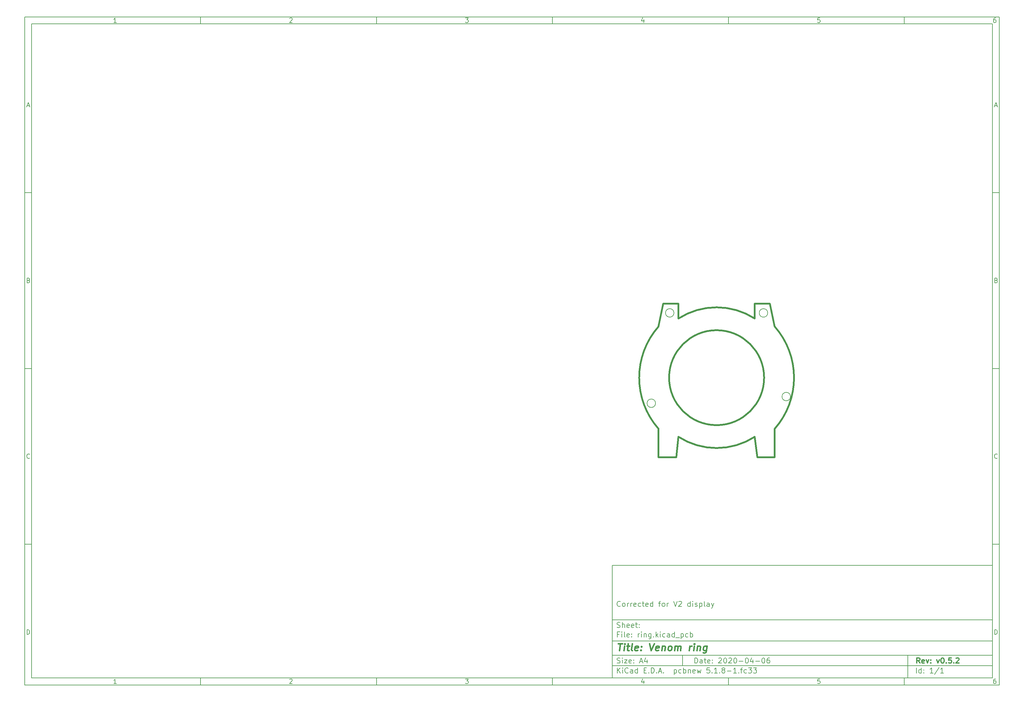
<source format=gbr>
G04 #@! TF.GenerationSoftware,KiCad,Pcbnew,5.1.8-1.fc33*
G04 #@! TF.CreationDate,2021-08-02T18:24:44+02:00*
G04 #@! TF.ProjectId,ring,72696e67-2e6b-4696-9361-645f70636258,v0.5.2*
G04 #@! TF.SameCoordinates,Original*
G04 #@! TF.FileFunction,Profile,NP*
%FSLAX46Y46*%
G04 Gerber Fmt 4.6, Leading zero omitted, Abs format (unit mm)*
G04 Created by KiCad (PCBNEW 5.1.8-1.fc33) date 2021-08-02 18:24:44*
%MOMM*%
%LPD*%
G01*
G04 APERTURE LIST*
%ADD10C,0.100000*%
%ADD11C,0.150000*%
%ADD12C,0.300000*%
%ADD13C,0.400000*%
G04 #@! TA.AperFunction,Profile*
%ADD14C,0.200000*%
G04 #@! TD*
G04 #@! TA.AperFunction,Profile*
%ADD15C,0.500000*%
G04 #@! TD*
G04 APERTURE END LIST*
D10*
D11*
X177002200Y-166007200D02*
X177002200Y-198007200D01*
X285002200Y-198007200D01*
X285002200Y-166007200D01*
X177002200Y-166007200D01*
D10*
D11*
X10000000Y-10000000D02*
X10000000Y-200007200D01*
X287002200Y-200007200D01*
X287002200Y-10000000D01*
X10000000Y-10000000D01*
D10*
D11*
X12000000Y-12000000D02*
X12000000Y-198007200D01*
X285002200Y-198007200D01*
X285002200Y-12000000D01*
X12000000Y-12000000D01*
D10*
D11*
X60000000Y-12000000D02*
X60000000Y-10000000D01*
D10*
D11*
X110000000Y-12000000D02*
X110000000Y-10000000D01*
D10*
D11*
X160000000Y-12000000D02*
X160000000Y-10000000D01*
D10*
D11*
X210000000Y-12000000D02*
X210000000Y-10000000D01*
D10*
D11*
X260000000Y-12000000D02*
X260000000Y-10000000D01*
D10*
D11*
X36065476Y-11588095D02*
X35322619Y-11588095D01*
X35694047Y-11588095D02*
X35694047Y-10288095D01*
X35570238Y-10473809D01*
X35446428Y-10597619D01*
X35322619Y-10659523D01*
D10*
D11*
X85322619Y-10411904D02*
X85384523Y-10350000D01*
X85508333Y-10288095D01*
X85817857Y-10288095D01*
X85941666Y-10350000D01*
X86003571Y-10411904D01*
X86065476Y-10535714D01*
X86065476Y-10659523D01*
X86003571Y-10845238D01*
X85260714Y-11588095D01*
X86065476Y-11588095D01*
D10*
D11*
X135260714Y-10288095D02*
X136065476Y-10288095D01*
X135632142Y-10783333D01*
X135817857Y-10783333D01*
X135941666Y-10845238D01*
X136003571Y-10907142D01*
X136065476Y-11030952D01*
X136065476Y-11340476D01*
X136003571Y-11464285D01*
X135941666Y-11526190D01*
X135817857Y-11588095D01*
X135446428Y-11588095D01*
X135322619Y-11526190D01*
X135260714Y-11464285D01*
D10*
D11*
X185941666Y-10721428D02*
X185941666Y-11588095D01*
X185632142Y-10226190D02*
X185322619Y-11154761D01*
X186127380Y-11154761D01*
D10*
D11*
X236003571Y-10288095D02*
X235384523Y-10288095D01*
X235322619Y-10907142D01*
X235384523Y-10845238D01*
X235508333Y-10783333D01*
X235817857Y-10783333D01*
X235941666Y-10845238D01*
X236003571Y-10907142D01*
X236065476Y-11030952D01*
X236065476Y-11340476D01*
X236003571Y-11464285D01*
X235941666Y-11526190D01*
X235817857Y-11588095D01*
X235508333Y-11588095D01*
X235384523Y-11526190D01*
X235322619Y-11464285D01*
D10*
D11*
X285941666Y-10288095D02*
X285694047Y-10288095D01*
X285570238Y-10350000D01*
X285508333Y-10411904D01*
X285384523Y-10597619D01*
X285322619Y-10845238D01*
X285322619Y-11340476D01*
X285384523Y-11464285D01*
X285446428Y-11526190D01*
X285570238Y-11588095D01*
X285817857Y-11588095D01*
X285941666Y-11526190D01*
X286003571Y-11464285D01*
X286065476Y-11340476D01*
X286065476Y-11030952D01*
X286003571Y-10907142D01*
X285941666Y-10845238D01*
X285817857Y-10783333D01*
X285570238Y-10783333D01*
X285446428Y-10845238D01*
X285384523Y-10907142D01*
X285322619Y-11030952D01*
D10*
D11*
X60000000Y-198007200D02*
X60000000Y-200007200D01*
D10*
D11*
X110000000Y-198007200D02*
X110000000Y-200007200D01*
D10*
D11*
X160000000Y-198007200D02*
X160000000Y-200007200D01*
D10*
D11*
X210000000Y-198007200D02*
X210000000Y-200007200D01*
D10*
D11*
X260000000Y-198007200D02*
X260000000Y-200007200D01*
D10*
D11*
X36065476Y-199595295D02*
X35322619Y-199595295D01*
X35694047Y-199595295D02*
X35694047Y-198295295D01*
X35570238Y-198481009D01*
X35446428Y-198604819D01*
X35322619Y-198666723D01*
D10*
D11*
X85322619Y-198419104D02*
X85384523Y-198357200D01*
X85508333Y-198295295D01*
X85817857Y-198295295D01*
X85941666Y-198357200D01*
X86003571Y-198419104D01*
X86065476Y-198542914D01*
X86065476Y-198666723D01*
X86003571Y-198852438D01*
X85260714Y-199595295D01*
X86065476Y-199595295D01*
D10*
D11*
X135260714Y-198295295D02*
X136065476Y-198295295D01*
X135632142Y-198790533D01*
X135817857Y-198790533D01*
X135941666Y-198852438D01*
X136003571Y-198914342D01*
X136065476Y-199038152D01*
X136065476Y-199347676D01*
X136003571Y-199471485D01*
X135941666Y-199533390D01*
X135817857Y-199595295D01*
X135446428Y-199595295D01*
X135322619Y-199533390D01*
X135260714Y-199471485D01*
D10*
D11*
X185941666Y-198728628D02*
X185941666Y-199595295D01*
X185632142Y-198233390D02*
X185322619Y-199161961D01*
X186127380Y-199161961D01*
D10*
D11*
X236003571Y-198295295D02*
X235384523Y-198295295D01*
X235322619Y-198914342D01*
X235384523Y-198852438D01*
X235508333Y-198790533D01*
X235817857Y-198790533D01*
X235941666Y-198852438D01*
X236003571Y-198914342D01*
X236065476Y-199038152D01*
X236065476Y-199347676D01*
X236003571Y-199471485D01*
X235941666Y-199533390D01*
X235817857Y-199595295D01*
X235508333Y-199595295D01*
X235384523Y-199533390D01*
X235322619Y-199471485D01*
D10*
D11*
X285941666Y-198295295D02*
X285694047Y-198295295D01*
X285570238Y-198357200D01*
X285508333Y-198419104D01*
X285384523Y-198604819D01*
X285322619Y-198852438D01*
X285322619Y-199347676D01*
X285384523Y-199471485D01*
X285446428Y-199533390D01*
X285570238Y-199595295D01*
X285817857Y-199595295D01*
X285941666Y-199533390D01*
X286003571Y-199471485D01*
X286065476Y-199347676D01*
X286065476Y-199038152D01*
X286003571Y-198914342D01*
X285941666Y-198852438D01*
X285817857Y-198790533D01*
X285570238Y-198790533D01*
X285446428Y-198852438D01*
X285384523Y-198914342D01*
X285322619Y-199038152D01*
D10*
D11*
X10000000Y-60000000D02*
X12000000Y-60000000D01*
D10*
D11*
X10000000Y-110000000D02*
X12000000Y-110000000D01*
D10*
D11*
X10000000Y-160000000D02*
X12000000Y-160000000D01*
D10*
D11*
X10690476Y-35216666D02*
X11309523Y-35216666D01*
X10566666Y-35588095D02*
X11000000Y-34288095D01*
X11433333Y-35588095D01*
D10*
D11*
X11092857Y-84907142D02*
X11278571Y-84969047D01*
X11340476Y-85030952D01*
X11402380Y-85154761D01*
X11402380Y-85340476D01*
X11340476Y-85464285D01*
X11278571Y-85526190D01*
X11154761Y-85588095D01*
X10659523Y-85588095D01*
X10659523Y-84288095D01*
X11092857Y-84288095D01*
X11216666Y-84350000D01*
X11278571Y-84411904D01*
X11340476Y-84535714D01*
X11340476Y-84659523D01*
X11278571Y-84783333D01*
X11216666Y-84845238D01*
X11092857Y-84907142D01*
X10659523Y-84907142D01*
D10*
D11*
X11402380Y-135464285D02*
X11340476Y-135526190D01*
X11154761Y-135588095D01*
X11030952Y-135588095D01*
X10845238Y-135526190D01*
X10721428Y-135402380D01*
X10659523Y-135278571D01*
X10597619Y-135030952D01*
X10597619Y-134845238D01*
X10659523Y-134597619D01*
X10721428Y-134473809D01*
X10845238Y-134350000D01*
X11030952Y-134288095D01*
X11154761Y-134288095D01*
X11340476Y-134350000D01*
X11402380Y-134411904D01*
D10*
D11*
X10659523Y-185588095D02*
X10659523Y-184288095D01*
X10969047Y-184288095D01*
X11154761Y-184350000D01*
X11278571Y-184473809D01*
X11340476Y-184597619D01*
X11402380Y-184845238D01*
X11402380Y-185030952D01*
X11340476Y-185278571D01*
X11278571Y-185402380D01*
X11154761Y-185526190D01*
X10969047Y-185588095D01*
X10659523Y-185588095D01*
D10*
D11*
X287002200Y-60000000D02*
X285002200Y-60000000D01*
D10*
D11*
X287002200Y-110000000D02*
X285002200Y-110000000D01*
D10*
D11*
X287002200Y-160000000D02*
X285002200Y-160000000D01*
D10*
D11*
X285692676Y-35216666D02*
X286311723Y-35216666D01*
X285568866Y-35588095D02*
X286002200Y-34288095D01*
X286435533Y-35588095D01*
D10*
D11*
X286095057Y-84907142D02*
X286280771Y-84969047D01*
X286342676Y-85030952D01*
X286404580Y-85154761D01*
X286404580Y-85340476D01*
X286342676Y-85464285D01*
X286280771Y-85526190D01*
X286156961Y-85588095D01*
X285661723Y-85588095D01*
X285661723Y-84288095D01*
X286095057Y-84288095D01*
X286218866Y-84350000D01*
X286280771Y-84411904D01*
X286342676Y-84535714D01*
X286342676Y-84659523D01*
X286280771Y-84783333D01*
X286218866Y-84845238D01*
X286095057Y-84907142D01*
X285661723Y-84907142D01*
D10*
D11*
X286404580Y-135464285D02*
X286342676Y-135526190D01*
X286156961Y-135588095D01*
X286033152Y-135588095D01*
X285847438Y-135526190D01*
X285723628Y-135402380D01*
X285661723Y-135278571D01*
X285599819Y-135030952D01*
X285599819Y-134845238D01*
X285661723Y-134597619D01*
X285723628Y-134473809D01*
X285847438Y-134350000D01*
X286033152Y-134288095D01*
X286156961Y-134288095D01*
X286342676Y-134350000D01*
X286404580Y-134411904D01*
D10*
D11*
X285661723Y-185588095D02*
X285661723Y-184288095D01*
X285971247Y-184288095D01*
X286156961Y-184350000D01*
X286280771Y-184473809D01*
X286342676Y-184597619D01*
X286404580Y-184845238D01*
X286404580Y-185030952D01*
X286342676Y-185278571D01*
X286280771Y-185402380D01*
X286156961Y-185526190D01*
X285971247Y-185588095D01*
X285661723Y-185588095D01*
D10*
D11*
X200434342Y-193785771D02*
X200434342Y-192285771D01*
X200791485Y-192285771D01*
X201005771Y-192357200D01*
X201148628Y-192500057D01*
X201220057Y-192642914D01*
X201291485Y-192928628D01*
X201291485Y-193142914D01*
X201220057Y-193428628D01*
X201148628Y-193571485D01*
X201005771Y-193714342D01*
X200791485Y-193785771D01*
X200434342Y-193785771D01*
X202577200Y-193785771D02*
X202577200Y-193000057D01*
X202505771Y-192857200D01*
X202362914Y-192785771D01*
X202077200Y-192785771D01*
X201934342Y-192857200D01*
X202577200Y-193714342D02*
X202434342Y-193785771D01*
X202077200Y-193785771D01*
X201934342Y-193714342D01*
X201862914Y-193571485D01*
X201862914Y-193428628D01*
X201934342Y-193285771D01*
X202077200Y-193214342D01*
X202434342Y-193214342D01*
X202577200Y-193142914D01*
X203077200Y-192785771D02*
X203648628Y-192785771D01*
X203291485Y-192285771D02*
X203291485Y-193571485D01*
X203362914Y-193714342D01*
X203505771Y-193785771D01*
X203648628Y-193785771D01*
X204720057Y-193714342D02*
X204577200Y-193785771D01*
X204291485Y-193785771D01*
X204148628Y-193714342D01*
X204077200Y-193571485D01*
X204077200Y-193000057D01*
X204148628Y-192857200D01*
X204291485Y-192785771D01*
X204577200Y-192785771D01*
X204720057Y-192857200D01*
X204791485Y-193000057D01*
X204791485Y-193142914D01*
X204077200Y-193285771D01*
X205434342Y-193642914D02*
X205505771Y-193714342D01*
X205434342Y-193785771D01*
X205362914Y-193714342D01*
X205434342Y-193642914D01*
X205434342Y-193785771D01*
X205434342Y-192857200D02*
X205505771Y-192928628D01*
X205434342Y-193000057D01*
X205362914Y-192928628D01*
X205434342Y-192857200D01*
X205434342Y-193000057D01*
X207220057Y-192428628D02*
X207291485Y-192357200D01*
X207434342Y-192285771D01*
X207791485Y-192285771D01*
X207934342Y-192357200D01*
X208005771Y-192428628D01*
X208077200Y-192571485D01*
X208077200Y-192714342D01*
X208005771Y-192928628D01*
X207148628Y-193785771D01*
X208077200Y-193785771D01*
X209005771Y-192285771D02*
X209148628Y-192285771D01*
X209291485Y-192357200D01*
X209362914Y-192428628D01*
X209434342Y-192571485D01*
X209505771Y-192857200D01*
X209505771Y-193214342D01*
X209434342Y-193500057D01*
X209362914Y-193642914D01*
X209291485Y-193714342D01*
X209148628Y-193785771D01*
X209005771Y-193785771D01*
X208862914Y-193714342D01*
X208791485Y-193642914D01*
X208720057Y-193500057D01*
X208648628Y-193214342D01*
X208648628Y-192857200D01*
X208720057Y-192571485D01*
X208791485Y-192428628D01*
X208862914Y-192357200D01*
X209005771Y-192285771D01*
X210077200Y-192428628D02*
X210148628Y-192357200D01*
X210291485Y-192285771D01*
X210648628Y-192285771D01*
X210791485Y-192357200D01*
X210862914Y-192428628D01*
X210934342Y-192571485D01*
X210934342Y-192714342D01*
X210862914Y-192928628D01*
X210005771Y-193785771D01*
X210934342Y-193785771D01*
X211862914Y-192285771D02*
X212005771Y-192285771D01*
X212148628Y-192357200D01*
X212220057Y-192428628D01*
X212291485Y-192571485D01*
X212362914Y-192857200D01*
X212362914Y-193214342D01*
X212291485Y-193500057D01*
X212220057Y-193642914D01*
X212148628Y-193714342D01*
X212005771Y-193785771D01*
X211862914Y-193785771D01*
X211720057Y-193714342D01*
X211648628Y-193642914D01*
X211577200Y-193500057D01*
X211505771Y-193214342D01*
X211505771Y-192857200D01*
X211577200Y-192571485D01*
X211648628Y-192428628D01*
X211720057Y-192357200D01*
X211862914Y-192285771D01*
X213005771Y-193214342D02*
X214148628Y-193214342D01*
X215148628Y-192285771D02*
X215291485Y-192285771D01*
X215434342Y-192357200D01*
X215505771Y-192428628D01*
X215577200Y-192571485D01*
X215648628Y-192857200D01*
X215648628Y-193214342D01*
X215577200Y-193500057D01*
X215505771Y-193642914D01*
X215434342Y-193714342D01*
X215291485Y-193785771D01*
X215148628Y-193785771D01*
X215005771Y-193714342D01*
X214934342Y-193642914D01*
X214862914Y-193500057D01*
X214791485Y-193214342D01*
X214791485Y-192857200D01*
X214862914Y-192571485D01*
X214934342Y-192428628D01*
X215005771Y-192357200D01*
X215148628Y-192285771D01*
X216934342Y-192785771D02*
X216934342Y-193785771D01*
X216577200Y-192214342D02*
X216220057Y-193285771D01*
X217148628Y-193285771D01*
X217720057Y-193214342D02*
X218862914Y-193214342D01*
X219862914Y-192285771D02*
X220005771Y-192285771D01*
X220148628Y-192357200D01*
X220220057Y-192428628D01*
X220291485Y-192571485D01*
X220362914Y-192857200D01*
X220362914Y-193214342D01*
X220291485Y-193500057D01*
X220220057Y-193642914D01*
X220148628Y-193714342D01*
X220005771Y-193785771D01*
X219862914Y-193785771D01*
X219720057Y-193714342D01*
X219648628Y-193642914D01*
X219577200Y-193500057D01*
X219505771Y-193214342D01*
X219505771Y-192857200D01*
X219577200Y-192571485D01*
X219648628Y-192428628D01*
X219720057Y-192357200D01*
X219862914Y-192285771D01*
X221648628Y-192285771D02*
X221362914Y-192285771D01*
X221220057Y-192357200D01*
X221148628Y-192428628D01*
X221005771Y-192642914D01*
X220934342Y-192928628D01*
X220934342Y-193500057D01*
X221005771Y-193642914D01*
X221077200Y-193714342D01*
X221220057Y-193785771D01*
X221505771Y-193785771D01*
X221648628Y-193714342D01*
X221720057Y-193642914D01*
X221791485Y-193500057D01*
X221791485Y-193142914D01*
X221720057Y-193000057D01*
X221648628Y-192928628D01*
X221505771Y-192857200D01*
X221220057Y-192857200D01*
X221077200Y-192928628D01*
X221005771Y-193000057D01*
X220934342Y-193142914D01*
D10*
D11*
X177002200Y-194507200D02*
X285002200Y-194507200D01*
D10*
D11*
X178434342Y-196585771D02*
X178434342Y-195085771D01*
X179291485Y-196585771D02*
X178648628Y-195728628D01*
X179291485Y-195085771D02*
X178434342Y-195942914D01*
X179934342Y-196585771D02*
X179934342Y-195585771D01*
X179934342Y-195085771D02*
X179862914Y-195157200D01*
X179934342Y-195228628D01*
X180005771Y-195157200D01*
X179934342Y-195085771D01*
X179934342Y-195228628D01*
X181505771Y-196442914D02*
X181434342Y-196514342D01*
X181220057Y-196585771D01*
X181077200Y-196585771D01*
X180862914Y-196514342D01*
X180720057Y-196371485D01*
X180648628Y-196228628D01*
X180577200Y-195942914D01*
X180577200Y-195728628D01*
X180648628Y-195442914D01*
X180720057Y-195300057D01*
X180862914Y-195157200D01*
X181077200Y-195085771D01*
X181220057Y-195085771D01*
X181434342Y-195157200D01*
X181505771Y-195228628D01*
X182791485Y-196585771D02*
X182791485Y-195800057D01*
X182720057Y-195657200D01*
X182577200Y-195585771D01*
X182291485Y-195585771D01*
X182148628Y-195657200D01*
X182791485Y-196514342D02*
X182648628Y-196585771D01*
X182291485Y-196585771D01*
X182148628Y-196514342D01*
X182077200Y-196371485D01*
X182077200Y-196228628D01*
X182148628Y-196085771D01*
X182291485Y-196014342D01*
X182648628Y-196014342D01*
X182791485Y-195942914D01*
X184148628Y-196585771D02*
X184148628Y-195085771D01*
X184148628Y-196514342D02*
X184005771Y-196585771D01*
X183720057Y-196585771D01*
X183577200Y-196514342D01*
X183505771Y-196442914D01*
X183434342Y-196300057D01*
X183434342Y-195871485D01*
X183505771Y-195728628D01*
X183577200Y-195657200D01*
X183720057Y-195585771D01*
X184005771Y-195585771D01*
X184148628Y-195657200D01*
X186005771Y-195800057D02*
X186505771Y-195800057D01*
X186720057Y-196585771D02*
X186005771Y-196585771D01*
X186005771Y-195085771D01*
X186720057Y-195085771D01*
X187362914Y-196442914D02*
X187434342Y-196514342D01*
X187362914Y-196585771D01*
X187291485Y-196514342D01*
X187362914Y-196442914D01*
X187362914Y-196585771D01*
X188077200Y-196585771D02*
X188077200Y-195085771D01*
X188434342Y-195085771D01*
X188648628Y-195157200D01*
X188791485Y-195300057D01*
X188862914Y-195442914D01*
X188934342Y-195728628D01*
X188934342Y-195942914D01*
X188862914Y-196228628D01*
X188791485Y-196371485D01*
X188648628Y-196514342D01*
X188434342Y-196585771D01*
X188077200Y-196585771D01*
X189577200Y-196442914D02*
X189648628Y-196514342D01*
X189577200Y-196585771D01*
X189505771Y-196514342D01*
X189577200Y-196442914D01*
X189577200Y-196585771D01*
X190220057Y-196157200D02*
X190934342Y-196157200D01*
X190077200Y-196585771D02*
X190577200Y-195085771D01*
X191077200Y-196585771D01*
X191577200Y-196442914D02*
X191648628Y-196514342D01*
X191577200Y-196585771D01*
X191505771Y-196514342D01*
X191577200Y-196442914D01*
X191577200Y-196585771D01*
X194577200Y-195585771D02*
X194577200Y-197085771D01*
X194577200Y-195657200D02*
X194720057Y-195585771D01*
X195005771Y-195585771D01*
X195148628Y-195657200D01*
X195220057Y-195728628D01*
X195291485Y-195871485D01*
X195291485Y-196300057D01*
X195220057Y-196442914D01*
X195148628Y-196514342D01*
X195005771Y-196585771D01*
X194720057Y-196585771D01*
X194577200Y-196514342D01*
X196577200Y-196514342D02*
X196434342Y-196585771D01*
X196148628Y-196585771D01*
X196005771Y-196514342D01*
X195934342Y-196442914D01*
X195862914Y-196300057D01*
X195862914Y-195871485D01*
X195934342Y-195728628D01*
X196005771Y-195657200D01*
X196148628Y-195585771D01*
X196434342Y-195585771D01*
X196577200Y-195657200D01*
X197220057Y-196585771D02*
X197220057Y-195085771D01*
X197220057Y-195657200D02*
X197362914Y-195585771D01*
X197648628Y-195585771D01*
X197791485Y-195657200D01*
X197862914Y-195728628D01*
X197934342Y-195871485D01*
X197934342Y-196300057D01*
X197862914Y-196442914D01*
X197791485Y-196514342D01*
X197648628Y-196585771D01*
X197362914Y-196585771D01*
X197220057Y-196514342D01*
X198577200Y-195585771D02*
X198577200Y-196585771D01*
X198577200Y-195728628D02*
X198648628Y-195657200D01*
X198791485Y-195585771D01*
X199005771Y-195585771D01*
X199148628Y-195657200D01*
X199220057Y-195800057D01*
X199220057Y-196585771D01*
X200505771Y-196514342D02*
X200362914Y-196585771D01*
X200077200Y-196585771D01*
X199934342Y-196514342D01*
X199862914Y-196371485D01*
X199862914Y-195800057D01*
X199934342Y-195657200D01*
X200077200Y-195585771D01*
X200362914Y-195585771D01*
X200505771Y-195657200D01*
X200577200Y-195800057D01*
X200577200Y-195942914D01*
X199862914Y-196085771D01*
X201077200Y-195585771D02*
X201362914Y-196585771D01*
X201648628Y-195871485D01*
X201934342Y-196585771D01*
X202220057Y-195585771D01*
X204648628Y-195085771D02*
X203934342Y-195085771D01*
X203862914Y-195800057D01*
X203934342Y-195728628D01*
X204077200Y-195657200D01*
X204434342Y-195657200D01*
X204577200Y-195728628D01*
X204648628Y-195800057D01*
X204720057Y-195942914D01*
X204720057Y-196300057D01*
X204648628Y-196442914D01*
X204577200Y-196514342D01*
X204434342Y-196585771D01*
X204077200Y-196585771D01*
X203934342Y-196514342D01*
X203862914Y-196442914D01*
X205362914Y-196442914D02*
X205434342Y-196514342D01*
X205362914Y-196585771D01*
X205291485Y-196514342D01*
X205362914Y-196442914D01*
X205362914Y-196585771D01*
X206862914Y-196585771D02*
X206005771Y-196585771D01*
X206434342Y-196585771D02*
X206434342Y-195085771D01*
X206291485Y-195300057D01*
X206148628Y-195442914D01*
X206005771Y-195514342D01*
X207505771Y-196442914D02*
X207577200Y-196514342D01*
X207505771Y-196585771D01*
X207434342Y-196514342D01*
X207505771Y-196442914D01*
X207505771Y-196585771D01*
X208434342Y-195728628D02*
X208291485Y-195657200D01*
X208220057Y-195585771D01*
X208148628Y-195442914D01*
X208148628Y-195371485D01*
X208220057Y-195228628D01*
X208291485Y-195157200D01*
X208434342Y-195085771D01*
X208720057Y-195085771D01*
X208862914Y-195157200D01*
X208934342Y-195228628D01*
X209005771Y-195371485D01*
X209005771Y-195442914D01*
X208934342Y-195585771D01*
X208862914Y-195657200D01*
X208720057Y-195728628D01*
X208434342Y-195728628D01*
X208291485Y-195800057D01*
X208220057Y-195871485D01*
X208148628Y-196014342D01*
X208148628Y-196300057D01*
X208220057Y-196442914D01*
X208291485Y-196514342D01*
X208434342Y-196585771D01*
X208720057Y-196585771D01*
X208862914Y-196514342D01*
X208934342Y-196442914D01*
X209005771Y-196300057D01*
X209005771Y-196014342D01*
X208934342Y-195871485D01*
X208862914Y-195800057D01*
X208720057Y-195728628D01*
X209648628Y-196014342D02*
X210791485Y-196014342D01*
X212291485Y-196585771D02*
X211434342Y-196585771D01*
X211862914Y-196585771D02*
X211862914Y-195085771D01*
X211720057Y-195300057D01*
X211577200Y-195442914D01*
X211434342Y-195514342D01*
X212934342Y-196442914D02*
X213005771Y-196514342D01*
X212934342Y-196585771D01*
X212862914Y-196514342D01*
X212934342Y-196442914D01*
X212934342Y-196585771D01*
X213434342Y-195585771D02*
X214005771Y-195585771D01*
X213648628Y-196585771D02*
X213648628Y-195300057D01*
X213720057Y-195157200D01*
X213862914Y-195085771D01*
X214005771Y-195085771D01*
X215148628Y-196514342D02*
X215005771Y-196585771D01*
X214720057Y-196585771D01*
X214577200Y-196514342D01*
X214505771Y-196442914D01*
X214434342Y-196300057D01*
X214434342Y-195871485D01*
X214505771Y-195728628D01*
X214577200Y-195657200D01*
X214720057Y-195585771D01*
X215005771Y-195585771D01*
X215148628Y-195657200D01*
X215648628Y-195085771D02*
X216577200Y-195085771D01*
X216077200Y-195657200D01*
X216291485Y-195657200D01*
X216434342Y-195728628D01*
X216505771Y-195800057D01*
X216577200Y-195942914D01*
X216577200Y-196300057D01*
X216505771Y-196442914D01*
X216434342Y-196514342D01*
X216291485Y-196585771D01*
X215862914Y-196585771D01*
X215720057Y-196514342D01*
X215648628Y-196442914D01*
X217077200Y-195085771D02*
X218005771Y-195085771D01*
X217505771Y-195657200D01*
X217720057Y-195657200D01*
X217862914Y-195728628D01*
X217934342Y-195800057D01*
X218005771Y-195942914D01*
X218005771Y-196300057D01*
X217934342Y-196442914D01*
X217862914Y-196514342D01*
X217720057Y-196585771D01*
X217291485Y-196585771D01*
X217148628Y-196514342D01*
X217077200Y-196442914D01*
D10*
D11*
X177002200Y-191507200D02*
X285002200Y-191507200D01*
D10*
D12*
X264411485Y-193785771D02*
X263911485Y-193071485D01*
X263554342Y-193785771D02*
X263554342Y-192285771D01*
X264125771Y-192285771D01*
X264268628Y-192357200D01*
X264340057Y-192428628D01*
X264411485Y-192571485D01*
X264411485Y-192785771D01*
X264340057Y-192928628D01*
X264268628Y-193000057D01*
X264125771Y-193071485D01*
X263554342Y-193071485D01*
X265625771Y-193714342D02*
X265482914Y-193785771D01*
X265197200Y-193785771D01*
X265054342Y-193714342D01*
X264982914Y-193571485D01*
X264982914Y-193000057D01*
X265054342Y-192857200D01*
X265197200Y-192785771D01*
X265482914Y-192785771D01*
X265625771Y-192857200D01*
X265697200Y-193000057D01*
X265697200Y-193142914D01*
X264982914Y-193285771D01*
X266197200Y-192785771D02*
X266554342Y-193785771D01*
X266911485Y-192785771D01*
X267482914Y-193642914D02*
X267554342Y-193714342D01*
X267482914Y-193785771D01*
X267411485Y-193714342D01*
X267482914Y-193642914D01*
X267482914Y-193785771D01*
X267482914Y-192857200D02*
X267554342Y-192928628D01*
X267482914Y-193000057D01*
X267411485Y-192928628D01*
X267482914Y-192857200D01*
X267482914Y-193000057D01*
X269197200Y-192785771D02*
X269554342Y-193785771D01*
X269911485Y-192785771D01*
X270768628Y-192285771D02*
X270911485Y-192285771D01*
X271054342Y-192357200D01*
X271125771Y-192428628D01*
X271197200Y-192571485D01*
X271268628Y-192857200D01*
X271268628Y-193214342D01*
X271197200Y-193500057D01*
X271125771Y-193642914D01*
X271054342Y-193714342D01*
X270911485Y-193785771D01*
X270768628Y-193785771D01*
X270625771Y-193714342D01*
X270554342Y-193642914D01*
X270482914Y-193500057D01*
X270411485Y-193214342D01*
X270411485Y-192857200D01*
X270482914Y-192571485D01*
X270554342Y-192428628D01*
X270625771Y-192357200D01*
X270768628Y-192285771D01*
X271911485Y-193642914D02*
X271982914Y-193714342D01*
X271911485Y-193785771D01*
X271840057Y-193714342D01*
X271911485Y-193642914D01*
X271911485Y-193785771D01*
X273340057Y-192285771D02*
X272625771Y-192285771D01*
X272554342Y-193000057D01*
X272625771Y-192928628D01*
X272768628Y-192857200D01*
X273125771Y-192857200D01*
X273268628Y-192928628D01*
X273340057Y-193000057D01*
X273411485Y-193142914D01*
X273411485Y-193500057D01*
X273340057Y-193642914D01*
X273268628Y-193714342D01*
X273125771Y-193785771D01*
X272768628Y-193785771D01*
X272625771Y-193714342D01*
X272554342Y-193642914D01*
X274054342Y-193642914D02*
X274125771Y-193714342D01*
X274054342Y-193785771D01*
X273982914Y-193714342D01*
X274054342Y-193642914D01*
X274054342Y-193785771D01*
X274697200Y-192428628D02*
X274768628Y-192357200D01*
X274911485Y-192285771D01*
X275268628Y-192285771D01*
X275411485Y-192357200D01*
X275482914Y-192428628D01*
X275554342Y-192571485D01*
X275554342Y-192714342D01*
X275482914Y-192928628D01*
X274625771Y-193785771D01*
X275554342Y-193785771D01*
D10*
D11*
X178362914Y-193714342D02*
X178577200Y-193785771D01*
X178934342Y-193785771D01*
X179077200Y-193714342D01*
X179148628Y-193642914D01*
X179220057Y-193500057D01*
X179220057Y-193357200D01*
X179148628Y-193214342D01*
X179077200Y-193142914D01*
X178934342Y-193071485D01*
X178648628Y-193000057D01*
X178505771Y-192928628D01*
X178434342Y-192857200D01*
X178362914Y-192714342D01*
X178362914Y-192571485D01*
X178434342Y-192428628D01*
X178505771Y-192357200D01*
X178648628Y-192285771D01*
X179005771Y-192285771D01*
X179220057Y-192357200D01*
X179862914Y-193785771D02*
X179862914Y-192785771D01*
X179862914Y-192285771D02*
X179791485Y-192357200D01*
X179862914Y-192428628D01*
X179934342Y-192357200D01*
X179862914Y-192285771D01*
X179862914Y-192428628D01*
X180434342Y-192785771D02*
X181220057Y-192785771D01*
X180434342Y-193785771D01*
X181220057Y-193785771D01*
X182362914Y-193714342D02*
X182220057Y-193785771D01*
X181934342Y-193785771D01*
X181791485Y-193714342D01*
X181720057Y-193571485D01*
X181720057Y-193000057D01*
X181791485Y-192857200D01*
X181934342Y-192785771D01*
X182220057Y-192785771D01*
X182362914Y-192857200D01*
X182434342Y-193000057D01*
X182434342Y-193142914D01*
X181720057Y-193285771D01*
X183077200Y-193642914D02*
X183148628Y-193714342D01*
X183077200Y-193785771D01*
X183005771Y-193714342D01*
X183077200Y-193642914D01*
X183077200Y-193785771D01*
X183077200Y-192857200D02*
X183148628Y-192928628D01*
X183077200Y-193000057D01*
X183005771Y-192928628D01*
X183077200Y-192857200D01*
X183077200Y-193000057D01*
X184862914Y-193357200D02*
X185577200Y-193357200D01*
X184720057Y-193785771D02*
X185220057Y-192285771D01*
X185720057Y-193785771D01*
X186862914Y-192785771D02*
X186862914Y-193785771D01*
X186505771Y-192214342D02*
X186148628Y-193285771D01*
X187077200Y-193285771D01*
D10*
D11*
X263434342Y-196585771D02*
X263434342Y-195085771D01*
X264791485Y-196585771D02*
X264791485Y-195085771D01*
X264791485Y-196514342D02*
X264648628Y-196585771D01*
X264362914Y-196585771D01*
X264220057Y-196514342D01*
X264148628Y-196442914D01*
X264077200Y-196300057D01*
X264077200Y-195871485D01*
X264148628Y-195728628D01*
X264220057Y-195657200D01*
X264362914Y-195585771D01*
X264648628Y-195585771D01*
X264791485Y-195657200D01*
X265505771Y-196442914D02*
X265577200Y-196514342D01*
X265505771Y-196585771D01*
X265434342Y-196514342D01*
X265505771Y-196442914D01*
X265505771Y-196585771D01*
X265505771Y-195657200D02*
X265577200Y-195728628D01*
X265505771Y-195800057D01*
X265434342Y-195728628D01*
X265505771Y-195657200D01*
X265505771Y-195800057D01*
X268148628Y-196585771D02*
X267291485Y-196585771D01*
X267720057Y-196585771D02*
X267720057Y-195085771D01*
X267577200Y-195300057D01*
X267434342Y-195442914D01*
X267291485Y-195514342D01*
X269862914Y-195014342D02*
X268577200Y-196942914D01*
X271148628Y-196585771D02*
X270291485Y-196585771D01*
X270720057Y-196585771D02*
X270720057Y-195085771D01*
X270577200Y-195300057D01*
X270434342Y-195442914D01*
X270291485Y-195514342D01*
D10*
D11*
X177002200Y-187507200D02*
X285002200Y-187507200D01*
D10*
D13*
X178714580Y-188211961D02*
X179857438Y-188211961D01*
X179036009Y-190211961D02*
X179286009Y-188211961D01*
X180274104Y-190211961D02*
X180440771Y-188878628D01*
X180524104Y-188211961D02*
X180416961Y-188307200D01*
X180500295Y-188402438D01*
X180607438Y-188307200D01*
X180524104Y-188211961D01*
X180500295Y-188402438D01*
X181107438Y-188878628D02*
X181869342Y-188878628D01*
X181476485Y-188211961D02*
X181262200Y-189926247D01*
X181333628Y-190116723D01*
X181512200Y-190211961D01*
X181702676Y-190211961D01*
X182655057Y-190211961D02*
X182476485Y-190116723D01*
X182405057Y-189926247D01*
X182619342Y-188211961D01*
X184190771Y-190116723D02*
X183988390Y-190211961D01*
X183607438Y-190211961D01*
X183428866Y-190116723D01*
X183357438Y-189926247D01*
X183452676Y-189164342D01*
X183571723Y-188973866D01*
X183774104Y-188878628D01*
X184155057Y-188878628D01*
X184333628Y-188973866D01*
X184405057Y-189164342D01*
X184381247Y-189354819D01*
X183405057Y-189545295D01*
X185155057Y-190021485D02*
X185238390Y-190116723D01*
X185131247Y-190211961D01*
X185047914Y-190116723D01*
X185155057Y-190021485D01*
X185131247Y-190211961D01*
X185286009Y-188973866D02*
X185369342Y-189069104D01*
X185262200Y-189164342D01*
X185178866Y-189069104D01*
X185286009Y-188973866D01*
X185262200Y-189164342D01*
X187571723Y-188211961D02*
X187988390Y-190211961D01*
X188905057Y-188211961D01*
X190095533Y-190116723D02*
X189893152Y-190211961D01*
X189512200Y-190211961D01*
X189333628Y-190116723D01*
X189262200Y-189926247D01*
X189357438Y-189164342D01*
X189476485Y-188973866D01*
X189678866Y-188878628D01*
X190059819Y-188878628D01*
X190238390Y-188973866D01*
X190309819Y-189164342D01*
X190286009Y-189354819D01*
X189309819Y-189545295D01*
X191202676Y-188878628D02*
X191036009Y-190211961D01*
X191178866Y-189069104D02*
X191286009Y-188973866D01*
X191488390Y-188878628D01*
X191774104Y-188878628D01*
X191952676Y-188973866D01*
X192024104Y-189164342D01*
X191893152Y-190211961D01*
X193131247Y-190211961D02*
X192952676Y-190116723D01*
X192869342Y-190021485D01*
X192797914Y-189831009D01*
X192869342Y-189259580D01*
X192988390Y-189069104D01*
X193095533Y-188973866D01*
X193297914Y-188878628D01*
X193583628Y-188878628D01*
X193762200Y-188973866D01*
X193845533Y-189069104D01*
X193916961Y-189259580D01*
X193845533Y-189831009D01*
X193726485Y-190021485D01*
X193619342Y-190116723D01*
X193416961Y-190211961D01*
X193131247Y-190211961D01*
X194655057Y-190211961D02*
X194821723Y-188878628D01*
X194797914Y-189069104D02*
X194905057Y-188973866D01*
X195107438Y-188878628D01*
X195393152Y-188878628D01*
X195571723Y-188973866D01*
X195643152Y-189164342D01*
X195512200Y-190211961D01*
X195643152Y-189164342D02*
X195762200Y-188973866D01*
X195964580Y-188878628D01*
X196250295Y-188878628D01*
X196428866Y-188973866D01*
X196500295Y-189164342D01*
X196369342Y-190211961D01*
X198845533Y-190211961D02*
X199012200Y-188878628D01*
X198964580Y-189259580D02*
X199083628Y-189069104D01*
X199190771Y-188973866D01*
X199393152Y-188878628D01*
X199583628Y-188878628D01*
X200083628Y-190211961D02*
X200250295Y-188878628D01*
X200333628Y-188211961D02*
X200226485Y-188307200D01*
X200309819Y-188402438D01*
X200416961Y-188307200D01*
X200333628Y-188211961D01*
X200309819Y-188402438D01*
X201202676Y-188878628D02*
X201036009Y-190211961D01*
X201178866Y-189069104D02*
X201286009Y-188973866D01*
X201488390Y-188878628D01*
X201774104Y-188878628D01*
X201952676Y-188973866D01*
X202024104Y-189164342D01*
X201893152Y-190211961D01*
X203869342Y-188878628D02*
X203666961Y-190497676D01*
X203547914Y-190688152D01*
X203440771Y-190783390D01*
X203238390Y-190878628D01*
X202952676Y-190878628D01*
X202774104Y-190783390D01*
X203714580Y-190116723D02*
X203512200Y-190211961D01*
X203131247Y-190211961D01*
X202952676Y-190116723D01*
X202869342Y-190021485D01*
X202797914Y-189831009D01*
X202869342Y-189259580D01*
X202988390Y-189069104D01*
X203095533Y-188973866D01*
X203297914Y-188878628D01*
X203678866Y-188878628D01*
X203857438Y-188973866D01*
D10*
D11*
X178934342Y-185600057D02*
X178434342Y-185600057D01*
X178434342Y-186385771D02*
X178434342Y-184885771D01*
X179148628Y-184885771D01*
X179720057Y-186385771D02*
X179720057Y-185385771D01*
X179720057Y-184885771D02*
X179648628Y-184957200D01*
X179720057Y-185028628D01*
X179791485Y-184957200D01*
X179720057Y-184885771D01*
X179720057Y-185028628D01*
X180648628Y-186385771D02*
X180505771Y-186314342D01*
X180434342Y-186171485D01*
X180434342Y-184885771D01*
X181791485Y-186314342D02*
X181648628Y-186385771D01*
X181362914Y-186385771D01*
X181220057Y-186314342D01*
X181148628Y-186171485D01*
X181148628Y-185600057D01*
X181220057Y-185457200D01*
X181362914Y-185385771D01*
X181648628Y-185385771D01*
X181791485Y-185457200D01*
X181862914Y-185600057D01*
X181862914Y-185742914D01*
X181148628Y-185885771D01*
X182505771Y-186242914D02*
X182577200Y-186314342D01*
X182505771Y-186385771D01*
X182434342Y-186314342D01*
X182505771Y-186242914D01*
X182505771Y-186385771D01*
X182505771Y-185457200D02*
X182577200Y-185528628D01*
X182505771Y-185600057D01*
X182434342Y-185528628D01*
X182505771Y-185457200D01*
X182505771Y-185600057D01*
X184362914Y-186385771D02*
X184362914Y-185385771D01*
X184362914Y-185671485D02*
X184434342Y-185528628D01*
X184505771Y-185457200D01*
X184648628Y-185385771D01*
X184791485Y-185385771D01*
X185291485Y-186385771D02*
X185291485Y-185385771D01*
X185291485Y-184885771D02*
X185220057Y-184957200D01*
X185291485Y-185028628D01*
X185362914Y-184957200D01*
X185291485Y-184885771D01*
X185291485Y-185028628D01*
X186005771Y-185385771D02*
X186005771Y-186385771D01*
X186005771Y-185528628D02*
X186077200Y-185457200D01*
X186220057Y-185385771D01*
X186434342Y-185385771D01*
X186577200Y-185457200D01*
X186648628Y-185600057D01*
X186648628Y-186385771D01*
X188005771Y-185385771D02*
X188005771Y-186600057D01*
X187934342Y-186742914D01*
X187862914Y-186814342D01*
X187720057Y-186885771D01*
X187505771Y-186885771D01*
X187362914Y-186814342D01*
X188005771Y-186314342D02*
X187862914Y-186385771D01*
X187577200Y-186385771D01*
X187434342Y-186314342D01*
X187362914Y-186242914D01*
X187291485Y-186100057D01*
X187291485Y-185671485D01*
X187362914Y-185528628D01*
X187434342Y-185457200D01*
X187577200Y-185385771D01*
X187862914Y-185385771D01*
X188005771Y-185457200D01*
X188720057Y-186242914D02*
X188791485Y-186314342D01*
X188720057Y-186385771D01*
X188648628Y-186314342D01*
X188720057Y-186242914D01*
X188720057Y-186385771D01*
X189434342Y-186385771D02*
X189434342Y-184885771D01*
X189577200Y-185814342D02*
X190005771Y-186385771D01*
X190005771Y-185385771D02*
X189434342Y-185957200D01*
X190648628Y-186385771D02*
X190648628Y-185385771D01*
X190648628Y-184885771D02*
X190577200Y-184957200D01*
X190648628Y-185028628D01*
X190720057Y-184957200D01*
X190648628Y-184885771D01*
X190648628Y-185028628D01*
X192005771Y-186314342D02*
X191862914Y-186385771D01*
X191577200Y-186385771D01*
X191434342Y-186314342D01*
X191362914Y-186242914D01*
X191291485Y-186100057D01*
X191291485Y-185671485D01*
X191362914Y-185528628D01*
X191434342Y-185457200D01*
X191577200Y-185385771D01*
X191862914Y-185385771D01*
X192005771Y-185457200D01*
X193291485Y-186385771D02*
X193291485Y-185600057D01*
X193220057Y-185457200D01*
X193077200Y-185385771D01*
X192791485Y-185385771D01*
X192648628Y-185457200D01*
X193291485Y-186314342D02*
X193148628Y-186385771D01*
X192791485Y-186385771D01*
X192648628Y-186314342D01*
X192577200Y-186171485D01*
X192577200Y-186028628D01*
X192648628Y-185885771D01*
X192791485Y-185814342D01*
X193148628Y-185814342D01*
X193291485Y-185742914D01*
X194648628Y-186385771D02*
X194648628Y-184885771D01*
X194648628Y-186314342D02*
X194505771Y-186385771D01*
X194220057Y-186385771D01*
X194077200Y-186314342D01*
X194005771Y-186242914D01*
X193934342Y-186100057D01*
X193934342Y-185671485D01*
X194005771Y-185528628D01*
X194077200Y-185457200D01*
X194220057Y-185385771D01*
X194505771Y-185385771D01*
X194648628Y-185457200D01*
X195005771Y-186528628D02*
X196148628Y-186528628D01*
X196505771Y-185385771D02*
X196505771Y-186885771D01*
X196505771Y-185457200D02*
X196648628Y-185385771D01*
X196934342Y-185385771D01*
X197077200Y-185457200D01*
X197148628Y-185528628D01*
X197220057Y-185671485D01*
X197220057Y-186100057D01*
X197148628Y-186242914D01*
X197077200Y-186314342D01*
X196934342Y-186385771D01*
X196648628Y-186385771D01*
X196505771Y-186314342D01*
X198505771Y-186314342D02*
X198362914Y-186385771D01*
X198077200Y-186385771D01*
X197934342Y-186314342D01*
X197862914Y-186242914D01*
X197791485Y-186100057D01*
X197791485Y-185671485D01*
X197862914Y-185528628D01*
X197934342Y-185457200D01*
X198077200Y-185385771D01*
X198362914Y-185385771D01*
X198505771Y-185457200D01*
X199148628Y-186385771D02*
X199148628Y-184885771D01*
X199148628Y-185457200D02*
X199291485Y-185385771D01*
X199577200Y-185385771D01*
X199720057Y-185457200D01*
X199791485Y-185528628D01*
X199862914Y-185671485D01*
X199862914Y-186100057D01*
X199791485Y-186242914D01*
X199720057Y-186314342D01*
X199577200Y-186385771D01*
X199291485Y-186385771D01*
X199148628Y-186314342D01*
D10*
D11*
X177002200Y-181507200D02*
X285002200Y-181507200D01*
D10*
D11*
X178362914Y-183614342D02*
X178577200Y-183685771D01*
X178934342Y-183685771D01*
X179077200Y-183614342D01*
X179148628Y-183542914D01*
X179220057Y-183400057D01*
X179220057Y-183257200D01*
X179148628Y-183114342D01*
X179077200Y-183042914D01*
X178934342Y-182971485D01*
X178648628Y-182900057D01*
X178505771Y-182828628D01*
X178434342Y-182757200D01*
X178362914Y-182614342D01*
X178362914Y-182471485D01*
X178434342Y-182328628D01*
X178505771Y-182257200D01*
X178648628Y-182185771D01*
X179005771Y-182185771D01*
X179220057Y-182257200D01*
X179862914Y-183685771D02*
X179862914Y-182185771D01*
X180505771Y-183685771D02*
X180505771Y-182900057D01*
X180434342Y-182757200D01*
X180291485Y-182685771D01*
X180077200Y-182685771D01*
X179934342Y-182757200D01*
X179862914Y-182828628D01*
X181791485Y-183614342D02*
X181648628Y-183685771D01*
X181362914Y-183685771D01*
X181220057Y-183614342D01*
X181148628Y-183471485D01*
X181148628Y-182900057D01*
X181220057Y-182757200D01*
X181362914Y-182685771D01*
X181648628Y-182685771D01*
X181791485Y-182757200D01*
X181862914Y-182900057D01*
X181862914Y-183042914D01*
X181148628Y-183185771D01*
X183077200Y-183614342D02*
X182934342Y-183685771D01*
X182648628Y-183685771D01*
X182505771Y-183614342D01*
X182434342Y-183471485D01*
X182434342Y-182900057D01*
X182505771Y-182757200D01*
X182648628Y-182685771D01*
X182934342Y-182685771D01*
X183077200Y-182757200D01*
X183148628Y-182900057D01*
X183148628Y-183042914D01*
X182434342Y-183185771D01*
X183577200Y-182685771D02*
X184148628Y-182685771D01*
X183791485Y-182185771D02*
X183791485Y-183471485D01*
X183862914Y-183614342D01*
X184005771Y-183685771D01*
X184148628Y-183685771D01*
X184648628Y-183542914D02*
X184720057Y-183614342D01*
X184648628Y-183685771D01*
X184577200Y-183614342D01*
X184648628Y-183542914D01*
X184648628Y-183685771D01*
X184648628Y-182757200D02*
X184720057Y-182828628D01*
X184648628Y-182900057D01*
X184577200Y-182828628D01*
X184648628Y-182757200D01*
X184648628Y-182900057D01*
D10*
D11*
X179291485Y-177542914D02*
X179220057Y-177614342D01*
X179005771Y-177685771D01*
X178862914Y-177685771D01*
X178648628Y-177614342D01*
X178505771Y-177471485D01*
X178434342Y-177328628D01*
X178362914Y-177042914D01*
X178362914Y-176828628D01*
X178434342Y-176542914D01*
X178505771Y-176400057D01*
X178648628Y-176257200D01*
X178862914Y-176185771D01*
X179005771Y-176185771D01*
X179220057Y-176257200D01*
X179291485Y-176328628D01*
X180148628Y-177685771D02*
X180005771Y-177614342D01*
X179934342Y-177542914D01*
X179862914Y-177400057D01*
X179862914Y-176971485D01*
X179934342Y-176828628D01*
X180005771Y-176757200D01*
X180148628Y-176685771D01*
X180362914Y-176685771D01*
X180505771Y-176757200D01*
X180577200Y-176828628D01*
X180648628Y-176971485D01*
X180648628Y-177400057D01*
X180577200Y-177542914D01*
X180505771Y-177614342D01*
X180362914Y-177685771D01*
X180148628Y-177685771D01*
X181291485Y-177685771D02*
X181291485Y-176685771D01*
X181291485Y-176971485D02*
X181362914Y-176828628D01*
X181434342Y-176757200D01*
X181577200Y-176685771D01*
X181720057Y-176685771D01*
X182220057Y-177685771D02*
X182220057Y-176685771D01*
X182220057Y-176971485D02*
X182291485Y-176828628D01*
X182362914Y-176757200D01*
X182505771Y-176685771D01*
X182648628Y-176685771D01*
X183720057Y-177614342D02*
X183577200Y-177685771D01*
X183291485Y-177685771D01*
X183148628Y-177614342D01*
X183077200Y-177471485D01*
X183077200Y-176900057D01*
X183148628Y-176757200D01*
X183291485Y-176685771D01*
X183577200Y-176685771D01*
X183720057Y-176757200D01*
X183791485Y-176900057D01*
X183791485Y-177042914D01*
X183077200Y-177185771D01*
X185077200Y-177614342D02*
X184934342Y-177685771D01*
X184648628Y-177685771D01*
X184505771Y-177614342D01*
X184434342Y-177542914D01*
X184362914Y-177400057D01*
X184362914Y-176971485D01*
X184434342Y-176828628D01*
X184505771Y-176757200D01*
X184648628Y-176685771D01*
X184934342Y-176685771D01*
X185077200Y-176757200D01*
X185505771Y-176685771D02*
X186077200Y-176685771D01*
X185720057Y-176185771D02*
X185720057Y-177471485D01*
X185791485Y-177614342D01*
X185934342Y-177685771D01*
X186077200Y-177685771D01*
X187148628Y-177614342D02*
X187005771Y-177685771D01*
X186720057Y-177685771D01*
X186577200Y-177614342D01*
X186505771Y-177471485D01*
X186505771Y-176900057D01*
X186577200Y-176757200D01*
X186720057Y-176685771D01*
X187005771Y-176685771D01*
X187148628Y-176757200D01*
X187220057Y-176900057D01*
X187220057Y-177042914D01*
X186505771Y-177185771D01*
X188505771Y-177685771D02*
X188505771Y-176185771D01*
X188505771Y-177614342D02*
X188362914Y-177685771D01*
X188077200Y-177685771D01*
X187934342Y-177614342D01*
X187862914Y-177542914D01*
X187791485Y-177400057D01*
X187791485Y-176971485D01*
X187862914Y-176828628D01*
X187934342Y-176757200D01*
X188077200Y-176685771D01*
X188362914Y-176685771D01*
X188505771Y-176757200D01*
X190148628Y-176685771D02*
X190720057Y-176685771D01*
X190362914Y-177685771D02*
X190362914Y-176400057D01*
X190434342Y-176257200D01*
X190577200Y-176185771D01*
X190720057Y-176185771D01*
X191434342Y-177685771D02*
X191291485Y-177614342D01*
X191220057Y-177542914D01*
X191148628Y-177400057D01*
X191148628Y-176971485D01*
X191220057Y-176828628D01*
X191291485Y-176757200D01*
X191434342Y-176685771D01*
X191648628Y-176685771D01*
X191791485Y-176757200D01*
X191862914Y-176828628D01*
X191934342Y-176971485D01*
X191934342Y-177400057D01*
X191862914Y-177542914D01*
X191791485Y-177614342D01*
X191648628Y-177685771D01*
X191434342Y-177685771D01*
X192577200Y-177685771D02*
X192577200Y-176685771D01*
X192577200Y-176971485D02*
X192648628Y-176828628D01*
X192720057Y-176757200D01*
X192862914Y-176685771D01*
X193005771Y-176685771D01*
X194434342Y-176185771D02*
X194934342Y-177685771D01*
X195434342Y-176185771D01*
X195862914Y-176328628D02*
X195934342Y-176257200D01*
X196077200Y-176185771D01*
X196434342Y-176185771D01*
X196577200Y-176257200D01*
X196648628Y-176328628D01*
X196720057Y-176471485D01*
X196720057Y-176614342D01*
X196648628Y-176828628D01*
X195791485Y-177685771D01*
X196720057Y-177685771D01*
X199148628Y-177685771D02*
X199148628Y-176185771D01*
X199148628Y-177614342D02*
X199005771Y-177685771D01*
X198720057Y-177685771D01*
X198577200Y-177614342D01*
X198505771Y-177542914D01*
X198434342Y-177400057D01*
X198434342Y-176971485D01*
X198505771Y-176828628D01*
X198577200Y-176757200D01*
X198720057Y-176685771D01*
X199005771Y-176685771D01*
X199148628Y-176757200D01*
X199862914Y-177685771D02*
X199862914Y-176685771D01*
X199862914Y-176185771D02*
X199791485Y-176257200D01*
X199862914Y-176328628D01*
X199934342Y-176257200D01*
X199862914Y-176185771D01*
X199862914Y-176328628D01*
X200505771Y-177614342D02*
X200648628Y-177685771D01*
X200934342Y-177685771D01*
X201077200Y-177614342D01*
X201148628Y-177471485D01*
X201148628Y-177400057D01*
X201077200Y-177257200D01*
X200934342Y-177185771D01*
X200720057Y-177185771D01*
X200577200Y-177114342D01*
X200505771Y-176971485D01*
X200505771Y-176900057D01*
X200577200Y-176757200D01*
X200720057Y-176685771D01*
X200934342Y-176685771D01*
X201077200Y-176757200D01*
X201791485Y-176685771D02*
X201791485Y-178185771D01*
X201791485Y-176757200D02*
X201934342Y-176685771D01*
X202220057Y-176685771D01*
X202362914Y-176757200D01*
X202434342Y-176828628D01*
X202505771Y-176971485D01*
X202505771Y-177400057D01*
X202434342Y-177542914D01*
X202362914Y-177614342D01*
X202220057Y-177685771D01*
X201934342Y-177685771D01*
X201791485Y-177614342D01*
X203362914Y-177685771D02*
X203220057Y-177614342D01*
X203148628Y-177471485D01*
X203148628Y-176185771D01*
X204577200Y-177685771D02*
X204577200Y-176900057D01*
X204505771Y-176757200D01*
X204362914Y-176685771D01*
X204077200Y-176685771D01*
X203934342Y-176757200D01*
X204577200Y-177614342D02*
X204434342Y-177685771D01*
X204077200Y-177685771D01*
X203934342Y-177614342D01*
X203862914Y-177471485D01*
X203862914Y-177328628D01*
X203934342Y-177185771D01*
X204077200Y-177114342D01*
X204434342Y-177114342D01*
X204577200Y-177042914D01*
X205148628Y-176685771D02*
X205505771Y-177685771D01*
X205862914Y-176685771D02*
X205505771Y-177685771D01*
X205362914Y-178042914D01*
X205291485Y-178114342D01*
X205148628Y-178185771D01*
D10*
D11*
X197002200Y-191507200D02*
X197002200Y-194507200D01*
D10*
D11*
X261002200Y-191507200D02*
X261002200Y-198007200D01*
D14*
X227630000Y-117970000D02*
G75*
G03*
X227630000Y-117970000I-1200000J0D01*
G01*
D15*
X221790000Y-91590000D02*
X223143267Y-98053709D01*
X217460000Y-91590000D02*
X221790000Y-91590000D01*
X218200000Y-135200000D02*
X217461065Y-129431656D01*
X195160000Y-135200000D02*
X195818934Y-129431656D01*
X195818934Y-129431656D02*
G75*
G03*
X206640000Y-132610000I10821066J16831656D01*
G01*
X217461065Y-129431656D02*
G75*
G02*
X206640000Y-132610000I-10821065J16831656D01*
G01*
X218200000Y-135200000D02*
X223100000Y-135200000D01*
X195160000Y-135200000D02*
X190100000Y-135200000D01*
D14*
X194520000Y-94180000D02*
G75*
G03*
X194520000Y-94180000I-1200000J0D01*
G01*
D15*
X223143266Y-127146293D02*
X223100000Y-135200000D01*
X190136734Y-127146293D02*
X190100000Y-135200000D01*
X217460000Y-91590000D02*
X217460000Y-95770000D01*
X217461066Y-95768344D02*
G75*
G03*
X206640000Y-92590000I-10821066J-16831656D01*
G01*
X195818935Y-95768344D02*
G75*
G02*
X206640000Y-92590000I10821065J-16831656D01*
G01*
X195820000Y-91590000D02*
X195820000Y-95770000D01*
D14*
X189280000Y-119870000D02*
G75*
G03*
X189280000Y-119870000I-1200000J0D01*
G01*
D15*
X191490000Y-91590000D02*
X190140001Y-98050001D01*
X195820000Y-91590000D02*
X191490000Y-91590000D01*
D14*
X221160000Y-94180000D02*
G75*
G03*
X221160000Y-94180000I-1200000J0D01*
G01*
D15*
X223143268Y-98053708D02*
G75*
G02*
X223143266Y-127146293I-16503268J-14546292D01*
G01*
X190136734Y-127146293D02*
G75*
G02*
X190140001Y-98050001I16503266J14546293D01*
G01*
X220140000Y-112600000D02*
G75*
G03*
X220140000Y-112600000I-13500000J0D01*
G01*
M02*

</source>
